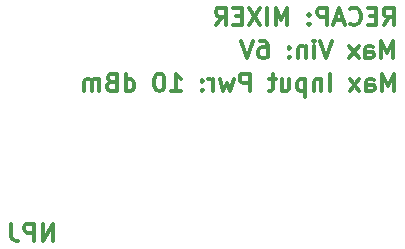
<source format=gbo>
G04 #@! TF.GenerationSoftware,KiCad,Pcbnew,5.0.2-bee76a0~70~ubuntu18.04.1*
G04 #@! TF.CreationDate,2019-03-07T22:18:03-05:00*
G04 #@! TF.ProjectId,mixer,6d697865-722e-46b6-9963-61645f706362,rev?*
G04 #@! TF.SameCoordinates,Original*
G04 #@! TF.FileFunction,Legend,Bot*
G04 #@! TF.FilePolarity,Positive*
%FSLAX46Y46*%
G04 Gerber Fmt 4.6, Leading zero omitted, Abs format (unit mm)*
G04 Created by KiCad (PCBNEW 5.0.2-bee76a0~70~ubuntu18.04.1) date Thu 07 Mar 2019 10:18:03 PM EST*
%MOMM*%
%LPD*%
G01*
G04 APERTURE LIST*
%ADD10C,0.300000*%
G04 APERTURE END LIST*
D10*
X128369000Y-88689571D02*
X128369000Y-87189571D01*
X127511857Y-88689571D01*
X127511857Y-87189571D01*
X126797571Y-88689571D02*
X126797571Y-87189571D01*
X126226142Y-87189571D01*
X126083285Y-87261000D01*
X126011857Y-87332428D01*
X125940428Y-87475285D01*
X125940428Y-87689571D01*
X126011857Y-87832428D01*
X126083285Y-87903857D01*
X126226142Y-87975285D01*
X126797571Y-87975285D01*
X124869000Y-87189571D02*
X124869000Y-88261000D01*
X124940428Y-88475285D01*
X125083285Y-88618142D01*
X125297571Y-88689571D01*
X125440428Y-88689571D01*
X157252142Y-75989571D02*
X157252142Y-74489571D01*
X156752142Y-75561000D01*
X156252142Y-74489571D01*
X156252142Y-75989571D01*
X154895000Y-75989571D02*
X154895000Y-75203857D01*
X154966428Y-75061000D01*
X155109285Y-74989571D01*
X155395000Y-74989571D01*
X155537857Y-75061000D01*
X154895000Y-75918142D02*
X155037857Y-75989571D01*
X155395000Y-75989571D01*
X155537857Y-75918142D01*
X155609285Y-75775285D01*
X155609285Y-75632428D01*
X155537857Y-75489571D01*
X155395000Y-75418142D01*
X155037857Y-75418142D01*
X154895000Y-75346714D01*
X154323571Y-75989571D02*
X153537857Y-74989571D01*
X154323571Y-74989571D02*
X153537857Y-75989571D01*
X151823571Y-75989571D02*
X151823571Y-74489571D01*
X151109285Y-74989571D02*
X151109285Y-75989571D01*
X151109285Y-75132428D02*
X151037857Y-75061000D01*
X150895000Y-74989571D01*
X150680714Y-74989571D01*
X150537857Y-75061000D01*
X150466428Y-75203857D01*
X150466428Y-75989571D01*
X149752142Y-74989571D02*
X149752142Y-76489571D01*
X149752142Y-75061000D02*
X149609285Y-74989571D01*
X149323571Y-74989571D01*
X149180714Y-75061000D01*
X149109285Y-75132428D01*
X149037857Y-75275285D01*
X149037857Y-75703857D01*
X149109285Y-75846714D01*
X149180714Y-75918142D01*
X149323571Y-75989571D01*
X149609285Y-75989571D01*
X149752142Y-75918142D01*
X147752142Y-74989571D02*
X147752142Y-75989571D01*
X148395000Y-74989571D02*
X148395000Y-75775285D01*
X148323571Y-75918142D01*
X148180714Y-75989571D01*
X147966428Y-75989571D01*
X147823571Y-75918142D01*
X147752142Y-75846714D01*
X147252142Y-74989571D02*
X146680714Y-74989571D01*
X147037857Y-74489571D02*
X147037857Y-75775285D01*
X146966428Y-75918142D01*
X146823571Y-75989571D01*
X146680714Y-75989571D01*
X145037857Y-75989571D02*
X145037857Y-74489571D01*
X144466428Y-74489571D01*
X144323571Y-74561000D01*
X144252142Y-74632428D01*
X144180714Y-74775285D01*
X144180714Y-74989571D01*
X144252142Y-75132428D01*
X144323571Y-75203857D01*
X144466428Y-75275285D01*
X145037857Y-75275285D01*
X143680714Y-74989571D02*
X143395000Y-75989571D01*
X143109285Y-75275285D01*
X142823571Y-75989571D01*
X142537857Y-74989571D01*
X141966428Y-75989571D02*
X141966428Y-74989571D01*
X141966428Y-75275285D02*
X141895000Y-75132428D01*
X141823571Y-75061000D01*
X141680714Y-74989571D01*
X141537857Y-74989571D01*
X141037857Y-75846714D02*
X140966428Y-75918142D01*
X141037857Y-75989571D01*
X141109285Y-75918142D01*
X141037857Y-75846714D01*
X141037857Y-75989571D01*
X141037857Y-75061000D02*
X140966428Y-75132428D01*
X141037857Y-75203857D01*
X141109285Y-75132428D01*
X141037857Y-75061000D01*
X141037857Y-75203857D01*
X138395000Y-75989571D02*
X139252142Y-75989571D01*
X138823571Y-75989571D02*
X138823571Y-74489571D01*
X138966428Y-74703857D01*
X139109285Y-74846714D01*
X139252142Y-74918142D01*
X137466428Y-74489571D02*
X137323571Y-74489571D01*
X137180714Y-74561000D01*
X137109285Y-74632428D01*
X137037857Y-74775285D01*
X136966428Y-75061000D01*
X136966428Y-75418142D01*
X137037857Y-75703857D01*
X137109285Y-75846714D01*
X137180714Y-75918142D01*
X137323571Y-75989571D01*
X137466428Y-75989571D01*
X137609285Y-75918142D01*
X137680714Y-75846714D01*
X137752142Y-75703857D01*
X137823571Y-75418142D01*
X137823571Y-75061000D01*
X137752142Y-74775285D01*
X137680714Y-74632428D01*
X137609285Y-74561000D01*
X137466428Y-74489571D01*
X134537857Y-75989571D02*
X134537857Y-74489571D01*
X134537857Y-75918142D02*
X134680714Y-75989571D01*
X134966428Y-75989571D01*
X135109285Y-75918142D01*
X135180714Y-75846714D01*
X135252142Y-75703857D01*
X135252142Y-75275285D01*
X135180714Y-75132428D01*
X135109285Y-75061000D01*
X134966428Y-74989571D01*
X134680714Y-74989571D01*
X134537857Y-75061000D01*
X133323571Y-75203857D02*
X133109285Y-75275285D01*
X133037857Y-75346714D01*
X132966428Y-75489571D01*
X132966428Y-75703857D01*
X133037857Y-75846714D01*
X133109285Y-75918142D01*
X133252142Y-75989571D01*
X133823571Y-75989571D01*
X133823571Y-74489571D01*
X133323571Y-74489571D01*
X133180714Y-74561000D01*
X133109285Y-74632428D01*
X133037857Y-74775285D01*
X133037857Y-74918142D01*
X133109285Y-75061000D01*
X133180714Y-75132428D01*
X133323571Y-75203857D01*
X133823571Y-75203857D01*
X132323571Y-75989571D02*
X132323571Y-74989571D01*
X132323571Y-75132428D02*
X132252142Y-75061000D01*
X132109285Y-74989571D01*
X131895000Y-74989571D01*
X131752142Y-75061000D01*
X131680714Y-75203857D01*
X131680714Y-75989571D01*
X131680714Y-75203857D02*
X131609285Y-75061000D01*
X131466428Y-74989571D01*
X131252142Y-74989571D01*
X131109285Y-75061000D01*
X131037857Y-75203857D01*
X131037857Y-75989571D01*
X157197428Y-73195571D02*
X157197428Y-71695571D01*
X156697428Y-72767000D01*
X156197428Y-71695571D01*
X156197428Y-73195571D01*
X154840285Y-73195571D02*
X154840285Y-72409857D01*
X154911714Y-72267000D01*
X155054571Y-72195571D01*
X155340285Y-72195571D01*
X155483142Y-72267000D01*
X154840285Y-73124142D02*
X154983142Y-73195571D01*
X155340285Y-73195571D01*
X155483142Y-73124142D01*
X155554571Y-72981285D01*
X155554571Y-72838428D01*
X155483142Y-72695571D01*
X155340285Y-72624142D01*
X154983142Y-72624142D01*
X154840285Y-72552714D01*
X154268857Y-73195571D02*
X153483142Y-72195571D01*
X154268857Y-72195571D02*
X153483142Y-73195571D01*
X151983142Y-71695571D02*
X151483142Y-73195571D01*
X150983142Y-71695571D01*
X150483142Y-73195571D02*
X150483142Y-72195571D01*
X150483142Y-71695571D02*
X150554571Y-71767000D01*
X150483142Y-71838428D01*
X150411714Y-71767000D01*
X150483142Y-71695571D01*
X150483142Y-71838428D01*
X149768857Y-72195571D02*
X149768857Y-73195571D01*
X149768857Y-72338428D02*
X149697428Y-72267000D01*
X149554571Y-72195571D01*
X149340285Y-72195571D01*
X149197428Y-72267000D01*
X149126000Y-72409857D01*
X149126000Y-73195571D01*
X148411714Y-73052714D02*
X148340285Y-73124142D01*
X148411714Y-73195571D01*
X148483142Y-73124142D01*
X148411714Y-73052714D01*
X148411714Y-73195571D01*
X148411714Y-72267000D02*
X148340285Y-72338428D01*
X148411714Y-72409857D01*
X148483142Y-72338428D01*
X148411714Y-72267000D01*
X148411714Y-72409857D01*
X145911714Y-71695571D02*
X146197428Y-71695571D01*
X146340285Y-71767000D01*
X146411714Y-71838428D01*
X146554571Y-72052714D01*
X146626000Y-72338428D01*
X146626000Y-72909857D01*
X146554571Y-73052714D01*
X146483142Y-73124142D01*
X146340285Y-73195571D01*
X146054571Y-73195571D01*
X145911714Y-73124142D01*
X145840285Y-73052714D01*
X145768857Y-72909857D01*
X145768857Y-72552714D01*
X145840285Y-72409857D01*
X145911714Y-72338428D01*
X146054571Y-72267000D01*
X146340285Y-72267000D01*
X146483142Y-72338428D01*
X146554571Y-72409857D01*
X146626000Y-72552714D01*
X145340285Y-71695571D02*
X144840285Y-73195571D01*
X144340285Y-71695571D01*
X156375857Y-70401571D02*
X156875857Y-69687285D01*
X157233000Y-70401571D02*
X157233000Y-68901571D01*
X156661571Y-68901571D01*
X156518714Y-68973000D01*
X156447285Y-69044428D01*
X156375857Y-69187285D01*
X156375857Y-69401571D01*
X156447285Y-69544428D01*
X156518714Y-69615857D01*
X156661571Y-69687285D01*
X157233000Y-69687285D01*
X155733000Y-69615857D02*
X155233000Y-69615857D01*
X155018714Y-70401571D02*
X155733000Y-70401571D01*
X155733000Y-68901571D01*
X155018714Y-68901571D01*
X153518714Y-70258714D02*
X153590142Y-70330142D01*
X153804428Y-70401571D01*
X153947285Y-70401571D01*
X154161571Y-70330142D01*
X154304428Y-70187285D01*
X154375857Y-70044428D01*
X154447285Y-69758714D01*
X154447285Y-69544428D01*
X154375857Y-69258714D01*
X154304428Y-69115857D01*
X154161571Y-68973000D01*
X153947285Y-68901571D01*
X153804428Y-68901571D01*
X153590142Y-68973000D01*
X153518714Y-69044428D01*
X152947285Y-69973000D02*
X152233000Y-69973000D01*
X153090142Y-70401571D02*
X152590142Y-68901571D01*
X152090142Y-70401571D01*
X151590142Y-70401571D02*
X151590142Y-68901571D01*
X151018714Y-68901571D01*
X150875857Y-68973000D01*
X150804428Y-69044428D01*
X150733000Y-69187285D01*
X150733000Y-69401571D01*
X150804428Y-69544428D01*
X150875857Y-69615857D01*
X151018714Y-69687285D01*
X151590142Y-69687285D01*
X150090142Y-70258714D02*
X150018714Y-70330142D01*
X150090142Y-70401571D01*
X150161571Y-70330142D01*
X150090142Y-70258714D01*
X150090142Y-70401571D01*
X150090142Y-69473000D02*
X150018714Y-69544428D01*
X150090142Y-69615857D01*
X150161571Y-69544428D01*
X150090142Y-69473000D01*
X150090142Y-69615857D01*
X148233000Y-70401571D02*
X148233000Y-68901571D01*
X147733000Y-69973000D01*
X147233000Y-68901571D01*
X147233000Y-70401571D01*
X146518714Y-70401571D02*
X146518714Y-68901571D01*
X145947285Y-68901571D02*
X144947285Y-70401571D01*
X144947285Y-68901571D02*
X145947285Y-70401571D01*
X144375857Y-69615857D02*
X143875857Y-69615857D01*
X143661571Y-70401571D02*
X144375857Y-70401571D01*
X144375857Y-68901571D01*
X143661571Y-68901571D01*
X142161571Y-70401571D02*
X142661571Y-69687285D01*
X143018714Y-70401571D02*
X143018714Y-68901571D01*
X142447285Y-68901571D01*
X142304428Y-68973000D01*
X142233000Y-69044428D01*
X142161571Y-69187285D01*
X142161571Y-69401571D01*
X142233000Y-69544428D01*
X142304428Y-69615857D01*
X142447285Y-69687285D01*
X143018714Y-69687285D01*
M02*

</source>
